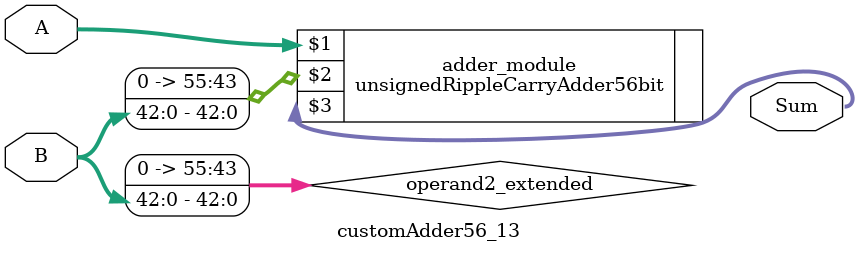
<source format=v>
module customAdder56_13(
                        input [55 : 0] A,
                        input [42 : 0] B,
                        
                        output [56 : 0] Sum
                );

        wire [55 : 0] operand2_extended;
        
        assign operand2_extended =  {13'b0, B};
        
        unsignedRippleCarryAdder56bit adder_module(
            A,
            operand2_extended,
            Sum
        );
        
        endmodule
        
</source>
